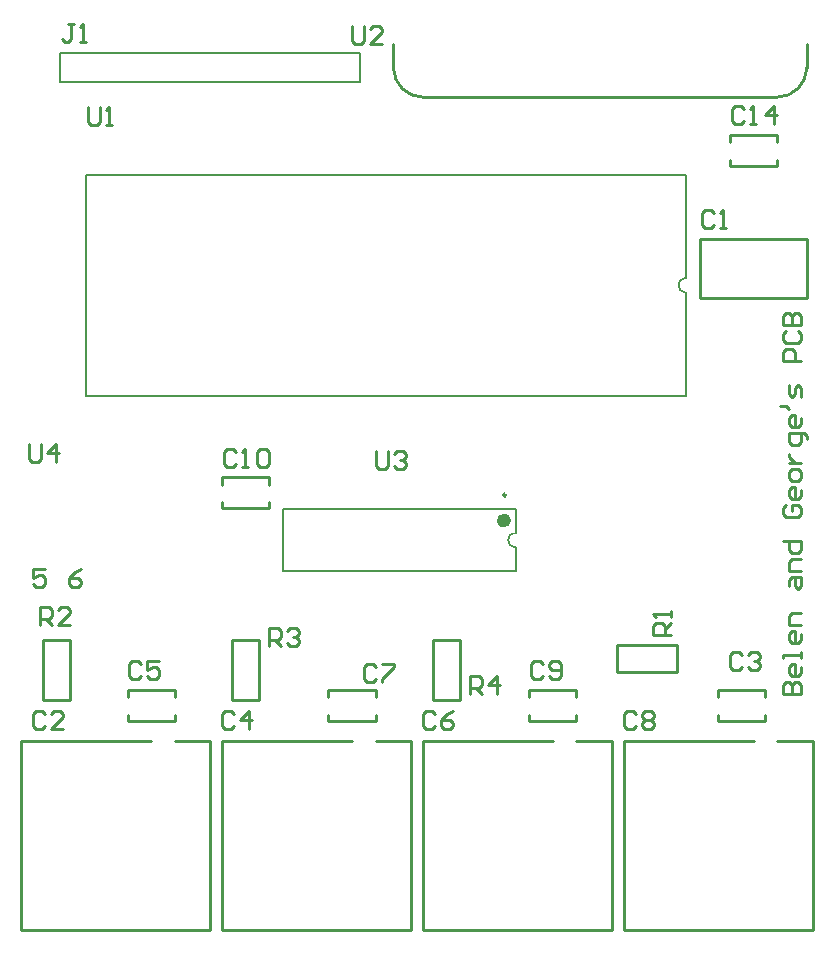
<source format=gto>
G04 Layer_Color=15132400*
%FSLAX25Y25*%
%MOIN*%
G70*
G01*
G75*
%ADD24C,0.00787*%
%ADD25C,0.00984*%
%ADD26C,0.02362*%
%ADD27C,0.01000*%
D24*
X231693Y199350D02*
G03*
X231693Y194350I0J-2500D01*
G01*
X288465Y284272D02*
G03*
X288465Y279272I0J-2500D01*
G01*
X154134Y207283D02*
X231693D01*
X154134Y186417D02*
X231693D01*
Y199350D02*
Y207283D01*
Y186417D02*
Y194350D01*
X154134Y186417D02*
Y207283D01*
X88465Y318563D02*
X288465D01*
X88465Y244980D02*
Y318563D01*
Y244980D02*
X288465D01*
Y279272D01*
Y284272D02*
Y318563D01*
X79921Y349409D02*
X179921D01*
X79921D02*
Y359252D01*
X179921D01*
Y349409D02*
Y359252D01*
D25*
X228524Y211850D02*
G03*
X228524Y211850I-492J0D01*
G01*
X190945Y354331D02*
G03*
X200787Y344488I9843J0D01*
G01*
X318898D02*
G03*
X328740Y354331I0J9843D01*
G01*
X200787Y344488D02*
X318898D01*
X328740Y354331D02*
Y362205D01*
X190945Y354331D02*
Y362205D01*
D26*
X228937Y203346D02*
G03*
X228937Y203346I-1181J0D01*
G01*
D27*
X318898Y129921D02*
X330709D01*
Y66929D02*
Y129921D01*
X267717Y66929D02*
X330709D01*
X267717D02*
Y129921D01*
X311024D01*
X251969D02*
X263779D01*
Y66929D02*
Y129921D01*
X200787Y66929D02*
X263779D01*
X200787D02*
Y129921D01*
X244094D01*
X185039D02*
X196850D01*
Y66929D02*
Y129921D01*
X133858Y66929D02*
X196850D01*
X133858D02*
Y129921D01*
X177165D01*
X118110D02*
X129921D01*
Y66929D02*
Y129921D01*
X66929Y66929D02*
X129921D01*
X66929D02*
Y129921D01*
X110236D01*
X299213Y136614D02*
X314961D01*
X299213Y146850D02*
X314961D01*
X299213Y144488D02*
Y146850D01*
X314961Y144488D02*
Y146850D01*
Y136740D02*
Y138583D01*
X299213Y136614D02*
Y138583D01*
X265591Y161980D02*
X285591D01*
Y152980D02*
Y161980D01*
X265591Y152980D02*
Y161980D01*
Y152980D02*
X285591D01*
X213161Y143543D02*
Y163543D01*
X204161Y143543D02*
X213161D01*
X204161Y163543D02*
X213161D01*
X204161Y143543D02*
Y163543D01*
X169291Y136614D02*
X185039D01*
X169291Y146850D02*
X185039D01*
X169291Y144488D02*
Y146850D01*
X185039Y144488D02*
Y146850D01*
Y136740D02*
Y138583D01*
X169291Y136614D02*
Y138583D01*
X146232Y143543D02*
Y163543D01*
X137232Y143543D02*
X146232D01*
X137232Y163543D02*
X146232D01*
X137232Y143543D02*
Y163543D01*
X303150Y321654D02*
Y323622D01*
X318898Y321780D02*
Y323622D01*
Y329528D02*
Y331890D01*
X303150Y329528D02*
Y331890D01*
X318898D01*
X303150Y321654D02*
X318898D01*
X293307Y297244D02*
X328740D01*
X293307Y277559D02*
Y297244D01*
X328740Y277559D02*
Y297244D01*
X293307Y277559D02*
X328740D01*
X133858Y207480D02*
X149606D01*
X133858Y217717D02*
X149606D01*
X133858Y215354D02*
Y217717D01*
X149606Y215354D02*
Y217717D01*
Y207606D02*
Y209449D01*
X133858Y207480D02*
Y209449D01*
X102362Y136614D02*
X118110D01*
X102362Y146850D02*
X118110D01*
X102362Y144488D02*
Y146850D01*
X118110Y144488D02*
Y146850D01*
Y136740D02*
Y138583D01*
X102362Y136614D02*
Y138583D01*
X236220Y136614D02*
X251969D01*
X236220Y146850D02*
X251969D01*
X236220Y144488D02*
Y146850D01*
X251969Y144488D02*
Y146850D01*
Y136740D02*
Y138583D01*
X236220Y136614D02*
Y138583D01*
X83240Y143543D02*
Y163543D01*
X74240Y143543D02*
X83240D01*
X74240Y163543D02*
X83240D01*
X74240Y143543D02*
Y163543D01*
X86676Y187100D02*
X84676Y186101D01*
X82677Y184101D01*
Y182102D01*
X83677Y181102D01*
X85676D01*
X86676Y182102D01*
Y183102D01*
X85676Y184101D01*
X82677D01*
X74865Y187100D02*
X70866D01*
Y184101D01*
X72865Y185101D01*
X73865D01*
X74865Y184101D01*
Y182102D01*
X73865Y181102D01*
X71866D01*
X70866Y182102D01*
X69600Y228798D02*
Y223800D01*
X70600Y222800D01*
X72599D01*
X73599Y223800D01*
Y228798D01*
X78597Y222800D02*
Y228798D01*
X75598Y225799D01*
X79597D01*
X74865Y138857D02*
X73865Y139856D01*
X71866D01*
X70866Y138857D01*
Y134858D01*
X71866Y133858D01*
X73865D01*
X74865Y134858D01*
X80863Y133858D02*
X76864D01*
X80863Y137857D01*
Y138857D01*
X79863Y139856D01*
X77864D01*
X76864Y138857D01*
X320774Y145669D02*
X326772D01*
Y148668D01*
X325772Y149668D01*
X324772D01*
X323773Y148668D01*
Y145669D01*
Y148668D01*
X322773Y149668D01*
X321773D01*
X320774Y148668D01*
Y145669D01*
X326772Y154666D02*
Y152667D01*
X325772Y151667D01*
X323773D01*
X322773Y152667D01*
Y154666D01*
X323773Y155666D01*
X324772D01*
Y151667D01*
X326772Y157665D02*
Y159665D01*
Y158665D01*
X320774D01*
Y157665D01*
X326772Y165663D02*
Y163663D01*
X325772Y162664D01*
X323773D01*
X322773Y163663D01*
Y165663D01*
X323773Y166663D01*
X324772D01*
Y162664D01*
X326772Y168662D02*
X322773D01*
Y171661D01*
X323773Y172661D01*
X326772D01*
X322773Y181658D02*
Y183657D01*
X323773Y184657D01*
X326772D01*
Y181658D01*
X325772Y180658D01*
X324772Y181658D01*
Y184657D01*
X326772Y186656D02*
X322773D01*
Y189655D01*
X323773Y190655D01*
X326772D01*
X320774Y196653D02*
X326772D01*
Y193654D01*
X325772Y192654D01*
X323773D01*
X322773Y193654D01*
Y196653D01*
X321773Y208649D02*
X320774Y207649D01*
Y205650D01*
X321773Y204650D01*
X325772D01*
X326772Y205650D01*
Y207649D01*
X325772Y208649D01*
X323773D01*
Y206650D01*
X326772Y213647D02*
Y211648D01*
X325772Y210648D01*
X323773D01*
X322773Y211648D01*
Y213647D01*
X323773Y214647D01*
X324772D01*
Y210648D01*
X326772Y217646D02*
Y219645D01*
X325772Y220645D01*
X323773D01*
X322773Y219645D01*
Y217646D01*
X323773Y216646D01*
X325772D01*
X326772Y217646D01*
X322773Y222644D02*
X326772D01*
X324772D01*
X323773Y223644D01*
X322773Y224644D01*
Y225643D01*
X328771Y230642D02*
Y231642D01*
X327771Y232641D01*
X322773D01*
Y229642D01*
X323773Y228643D01*
X325772D01*
X326772Y229642D01*
Y232641D01*
Y237639D02*
Y235640D01*
X325772Y234641D01*
X323773D01*
X322773Y235640D01*
Y237639D01*
X323773Y238639D01*
X324772D01*
Y234641D01*
X319774Y241638D02*
X321773D01*
X322773Y240639D01*
X326772Y244637D02*
Y247636D01*
X325772Y248636D01*
X324772Y247636D01*
Y245637D01*
X323773Y244637D01*
X322773Y245637D01*
Y248636D01*
X326772Y256633D02*
X320774D01*
Y259632D01*
X321773Y260632D01*
X323773D01*
X324772Y259632D01*
Y256633D01*
X321773Y266630D02*
X320774Y265631D01*
Y263631D01*
X321773Y262632D01*
X325772D01*
X326772Y263631D01*
Y265631D01*
X325772Y266630D01*
X320774Y268630D02*
X326772D01*
Y271628D01*
X325772Y272628D01*
X324772D01*
X323773Y271628D01*
Y268630D01*
Y271628D01*
X322773Y272628D01*
X321773D01*
X320774Y271628D01*
Y268630D01*
X185039Y226470D02*
Y221472D01*
X186039Y220472D01*
X188038D01*
X189038Y221472D01*
Y226470D01*
X191037Y225471D02*
X192037Y226470D01*
X194036D01*
X195036Y225471D01*
Y224471D01*
X194036Y223471D01*
X193037D01*
X194036D01*
X195036Y222472D01*
Y221472D01*
X194036Y220472D01*
X192037D01*
X191037Y221472D01*
X307148Y158542D02*
X306149Y159541D01*
X304149D01*
X303150Y158542D01*
Y154543D01*
X304149Y153543D01*
X306149D01*
X307148Y154543D01*
X309148Y158542D02*
X310147Y159541D01*
X312147D01*
X313146Y158542D01*
Y157542D01*
X312147Y156542D01*
X311147D01*
X312147D01*
X313146Y155543D01*
Y154543D01*
X312147Y153543D01*
X310147D01*
X309148Y154543D01*
X283465Y165354D02*
X277467D01*
Y168353D01*
X278466Y169353D01*
X280466D01*
X281465Y168353D01*
Y165354D01*
Y167354D02*
X283465Y169353D01*
Y171352D02*
Y173352D01*
Y172352D01*
X277467D01*
X278466Y171352D01*
X216535Y145669D02*
Y151667D01*
X219534D01*
X220534Y150668D01*
Y148668D01*
X219534Y147669D01*
X216535D01*
X218535D02*
X220534Y145669D01*
X225533D02*
Y151667D01*
X222533Y148668D01*
X226532D01*
X185101Y154605D02*
X184101Y155604D01*
X182102D01*
X181102Y154605D01*
Y150606D01*
X182102Y149606D01*
X184101D01*
X185101Y150606D01*
X187100Y155604D02*
X191099D01*
Y154605D01*
X187100Y150606D01*
Y149606D01*
X149606Y161417D02*
Y167415D01*
X152605D01*
X153605Y166416D01*
Y164416D01*
X152605Y163417D01*
X149606D01*
X151606D02*
X153605Y161417D01*
X155604Y166416D02*
X156604Y167415D01*
X158603D01*
X159603Y166416D01*
Y165416D01*
X158603Y164416D01*
X157604D01*
X158603D01*
X159603Y163417D01*
Y162417D01*
X158603Y161417D01*
X156604D01*
X155604Y162417D01*
X271715Y138857D02*
X270716Y139856D01*
X268716D01*
X267717Y138857D01*
Y134858D01*
X268716Y133858D01*
X270716D01*
X271715Y134858D01*
X273715Y138857D02*
X274714Y139856D01*
X276714D01*
X277713Y138857D01*
Y137857D01*
X276714Y136857D01*
X277713Y135858D01*
Y134858D01*
X276714Y133858D01*
X274714D01*
X273715Y134858D01*
Y135858D01*
X274714Y136857D01*
X273715Y137857D01*
Y138857D01*
X274714Y136857D02*
X276714D01*
X204786Y138857D02*
X203786Y139856D01*
X201787D01*
X200787Y138857D01*
Y134858D01*
X201787Y133858D01*
X203786D01*
X204786Y134858D01*
X210784Y139856D02*
X208785Y138857D01*
X206785Y136857D01*
Y134858D01*
X207785Y133858D01*
X209785D01*
X210784Y134858D01*
Y135858D01*
X209785Y136857D01*
X206785D01*
X137857Y138857D02*
X136857Y139856D01*
X134858D01*
X133858Y138857D01*
Y134858D01*
X134858Y133858D01*
X136857D01*
X137857Y134858D01*
X142855Y133858D02*
Y139856D01*
X139856Y136857D01*
X143855D01*
X177165Y368203D02*
Y363204D01*
X178165Y362205D01*
X180164D01*
X181164Y363204D01*
Y368203D01*
X187162Y362205D02*
X183163D01*
X187162Y366203D01*
Y367203D01*
X186162Y368203D01*
X184163D01*
X183163Y367203D01*
X307672Y340420D02*
X306673Y341420D01*
X304673D01*
X303674Y340420D01*
Y336421D01*
X304673Y335422D01*
X306673D01*
X307672Y336421D01*
X309672Y335422D02*
X311671D01*
X310671D01*
Y341420D01*
X309672Y340420D01*
X317669Y335422D02*
Y341420D01*
X314670Y338421D01*
X318669D01*
X89084Y341134D02*
Y336136D01*
X90084Y335136D01*
X92083D01*
X93083Y336136D01*
Y341134D01*
X95082Y335136D02*
X97082D01*
X96082D01*
Y341134D01*
X95082Y340135D01*
X84418Y368727D02*
X82419D01*
X83419D01*
Y363729D01*
X82419Y362729D01*
X81419D01*
X80420Y363729D01*
X86418Y362729D02*
X88417D01*
X87417D01*
Y368727D01*
X86418Y367727D01*
X297777Y305776D02*
X296777Y306776D01*
X294778D01*
X293778Y305776D01*
Y301778D01*
X294778Y300778D01*
X296777D01*
X297777Y301778D01*
X299776Y300778D02*
X301775D01*
X300776D01*
Y306776D01*
X299776Y305776D01*
X106885Y155381D02*
X105885Y156380D01*
X103886D01*
X102886Y155381D01*
Y151382D01*
X103886Y150382D01*
X105885D01*
X106885Y151382D01*
X112883Y156380D02*
X108884D01*
Y153381D01*
X110884Y154381D01*
X111883D01*
X112883Y153381D01*
Y151382D01*
X111883Y150382D01*
X109884D01*
X108884Y151382D01*
X240743Y155381D02*
X239743Y156380D01*
X237744D01*
X236744Y155381D01*
Y151382D01*
X237744Y150382D01*
X239743D01*
X240743Y151382D01*
X242742D02*
X243742Y150382D01*
X245742D01*
X246741Y151382D01*
Y155381D01*
X245742Y156380D01*
X243742D01*
X242742Y155381D01*
Y154381D01*
X243742Y153381D01*
X246741D01*
X138381Y226247D02*
X137381Y227246D01*
X135382D01*
X134382Y226247D01*
Y222248D01*
X135382Y221248D01*
X137381D01*
X138381Y222248D01*
X140380Y221248D02*
X142380D01*
X141380D01*
Y227246D01*
X140380Y226247D01*
X145379D02*
X146378Y227246D01*
X148378D01*
X149377Y226247D01*
Y222248D01*
X148378Y221248D01*
X146378D01*
X145379Y222248D01*
Y226247D01*
X73190Y168593D02*
Y174591D01*
X76189D01*
X77189Y173592D01*
Y171592D01*
X76189Y170593D01*
X73190D01*
X75190D02*
X77189Y168593D01*
X83187D02*
X79188D01*
X83187Y172592D01*
Y173592D01*
X82187Y174591D01*
X80188D01*
X79188Y173592D01*
M02*

</source>
